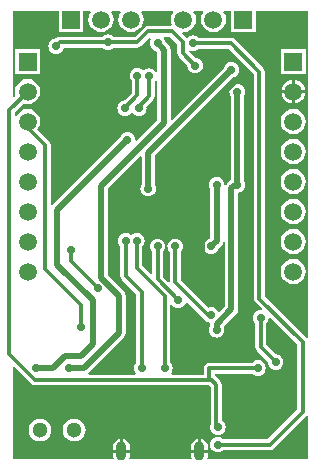
<source format=gbl>
G04*
G04 #@! TF.GenerationSoftware,Altium Limited,Altium Designer,19.1.8 (144)*
G04*
G04 Layer_Physical_Order=2*
G04 Layer_Color=16711680*
%FSLAX25Y25*%
%MOIN*%
G70*
G01*
G75*
%ADD20C,0.05118*%
%ADD71C,0.01968*%
%ADD72C,0.01181*%
%ADD73C,0.05906*%
%ADD74R,0.05906X0.05906*%
%ADD75R,0.05906X0.05906*%
%ADD76O,0.03543X0.06299*%
%ADD77C,0.02756*%
G36*
X102328Y44590D02*
X101828Y44438D01*
X101796Y44487D01*
X101796Y44487D01*
X87945Y58338D01*
Y133172D01*
X87945Y133172D01*
X87806Y133871D01*
X87410Y134463D01*
X87410Y134463D01*
X77866Y144008D01*
X77273Y144403D01*
X76575Y144542D01*
X76575Y144542D01*
X65825D01*
X65815Y144555D01*
X65276Y144968D01*
X64649Y145228D01*
X63976Y145317D01*
X63303Y145228D01*
X62676Y144968D01*
X62302Y144681D01*
X62041Y144582D01*
X61620Y144702D01*
X60335Y145986D01*
X60557Y146435D01*
X60807Y146402D01*
X61891Y146545D01*
X62901Y146963D01*
X63769Y147629D01*
X64434Y148496D01*
X64853Y149506D01*
X64996Y150591D01*
X64853Y151675D01*
X64434Y152685D01*
X64146Y153061D01*
X64367Y153509D01*
X67247D01*
X67468Y153061D01*
X67180Y152685D01*
X66761Y151675D01*
X66619Y150591D01*
X66761Y149506D01*
X67180Y148496D01*
X67845Y147629D01*
X68713Y146963D01*
X69723Y146545D01*
X70807Y146402D01*
X71891Y146545D01*
X72901Y146963D01*
X73769Y147629D01*
X74435Y148496D01*
X74853Y149506D01*
X74996Y150591D01*
X74853Y151675D01*
X74435Y152685D01*
X74146Y153061D01*
X74367Y153509D01*
X76654D01*
Y146438D01*
X84960D01*
Y153509D01*
X102328D01*
Y44590D01*
D02*
G37*
G36*
X57468Y153061D02*
X57180Y152685D01*
X56761Y151675D01*
X56618Y150591D01*
X56761Y149506D01*
X56980Y148979D01*
X56646Y148479D01*
X48934D01*
X48235Y148340D01*
X47643Y147944D01*
X47643Y147944D01*
X44587Y144889D01*
X37380D01*
X37370Y144902D01*
X36832Y145315D01*
X36204Y145575D01*
X35531Y145664D01*
X34859Y145575D01*
X34231Y145315D01*
X33693Y144902D01*
X33683Y144889D01*
X19737D01*
X19737Y144889D01*
X19038Y144750D01*
X18446Y144354D01*
X18446Y144354D01*
X18422Y144330D01*
X18406Y144333D01*
X17732Y144244D01*
X17105Y143984D01*
X16567Y143571D01*
X16154Y143032D01*
X15894Y142405D01*
X15805Y141732D01*
X15894Y141059D01*
X16154Y140432D01*
X16567Y139894D01*
X17105Y139480D01*
X17732Y139221D01*
X18406Y139132D01*
X19079Y139221D01*
X19706Y139480D01*
X20244Y139894D01*
X20657Y140432D01*
X20917Y141059D01*
X20941Y141238D01*
X33683D01*
X33693Y141225D01*
X34231Y140812D01*
X34859Y140552D01*
X35531Y140463D01*
X36204Y140552D01*
X36832Y140812D01*
X37370Y141225D01*
X37380Y141238D01*
X45343D01*
X45343Y141238D01*
X46042Y141377D01*
X46634Y141772D01*
X49461Y144599D01*
X49704Y144565D01*
X49923Y144029D01*
X49913Y144017D01*
X49654Y143389D01*
X49565Y142717D01*
X49654Y142044D01*
X49913Y141416D01*
X50327Y140878D01*
X50865Y140465D01*
X51492Y140205D01*
X51533Y140200D01*
X52096Y139637D01*
Y133251D01*
X51766Y133114D01*
X51596Y133110D01*
X51221Y133598D01*
X50683Y134011D01*
X50056Y134271D01*
X49383Y134360D01*
X48710Y134271D01*
X48083Y134011D01*
X47862Y133842D01*
X47291Y133766D01*
X46752Y134179D01*
X46125Y134439D01*
X45452Y134528D01*
X44779Y134439D01*
X44152Y134179D01*
X43613Y133766D01*
X43200Y133228D01*
X42940Y132600D01*
X42852Y131928D01*
X42940Y131255D01*
X43200Y130628D01*
X43613Y130089D01*
X43626Y130079D01*
Y126070D01*
X41201Y123645D01*
X40666Y123575D01*
X40038Y123315D01*
X39500Y122902D01*
X39087Y122363D01*
X38827Y121736D01*
X38738Y121063D01*
X38827Y120390D01*
X39087Y119763D01*
X39500Y119224D01*
X40038Y118811D01*
X40666Y118551D01*
X41339Y118463D01*
X42012Y118551D01*
X42639Y118811D01*
X43177Y119224D01*
X43323Y119415D01*
X43953D01*
X44100Y119224D01*
X44638Y118811D01*
X45265Y118551D01*
X45938Y118463D01*
X46611Y118551D01*
X47238Y118811D01*
X47777Y119224D01*
X48190Y119763D01*
X48450Y120390D01*
X48538Y121063D01*
X48480Y121509D01*
X50674Y123703D01*
X50674Y123703D01*
X51069Y124295D01*
X51208Y124994D01*
X51208Y124994D01*
Y129911D01*
X51221Y129921D01*
X51596Y130409D01*
X51766Y130404D01*
X52096Y130267D01*
Y116989D01*
X45198Y110091D01*
X44725Y110325D01*
X44757Y110571D01*
X44668Y111243D01*
X44409Y111871D01*
X43995Y112409D01*
X43457Y112822D01*
X42830Y113082D01*
X42157Y113171D01*
X41484Y113082D01*
X40857Y112822D01*
X40318Y112409D01*
X39905Y111871D01*
X39645Y111243D01*
X39640Y111203D01*
X17126Y88689D01*
X17089Y88635D01*
X16589Y88786D01*
Y108740D01*
X16589Y108740D01*
X16450Y109439D01*
X16055Y110031D01*
X16055Y110031D01*
X12086Y113999D01*
X12486Y114520D01*
X12904Y115530D01*
X13047Y116614D01*
X12904Y117698D01*
X12486Y118709D01*
X11820Y119576D01*
X10953Y120242D01*
X9942Y120660D01*
X8858Y120803D01*
X7774Y120660D01*
X6764Y120242D01*
X5897Y119576D01*
X5231Y118709D01*
X5082Y118348D01*
X4581Y118447D01*
Y119756D01*
X7506Y122680D01*
X7774Y122568D01*
X8858Y122426D01*
X9942Y122568D01*
X10953Y122987D01*
X11820Y123652D01*
X12486Y124520D01*
X12904Y125530D01*
X13047Y126614D01*
X12904Y127698D01*
X12486Y128709D01*
X11820Y129576D01*
X10953Y130242D01*
X9942Y130660D01*
X8858Y130803D01*
X7774Y130660D01*
X6764Y130242D01*
X5897Y129576D01*
X5231Y128709D01*
X4812Y127698D01*
X4670Y126614D01*
X4812Y125530D01*
X4924Y125261D01*
X4433Y124771D01*
X3971Y124962D01*
Y153509D01*
X19174D01*
Y146438D01*
X27479D01*
Y153509D01*
X29767D01*
X29988Y153061D01*
X29699Y152685D01*
X29281Y151675D01*
X29138Y150591D01*
X29281Y149506D01*
X29699Y148496D01*
X30365Y147629D01*
X31232Y146963D01*
X32243Y146545D01*
X33327Y146402D01*
X34411Y146545D01*
X35421Y146963D01*
X36288Y147629D01*
X36954Y148496D01*
X37372Y149506D01*
X37515Y150591D01*
X37372Y151675D01*
X36954Y152685D01*
X36665Y153061D01*
X36887Y153509D01*
X39767D01*
X39988Y153061D01*
X39699Y152685D01*
X39281Y151675D01*
X39138Y150591D01*
X39281Y149506D01*
X39699Y148496D01*
X40365Y147629D01*
X41232Y146963D01*
X42243Y146545D01*
X43327Y146402D01*
X44411Y146545D01*
X45421Y146963D01*
X46288Y147629D01*
X46954Y148496D01*
X47372Y149506D01*
X47515Y150591D01*
X47372Y151675D01*
X46954Y152685D01*
X46665Y153061D01*
X46887Y153509D01*
X57247D01*
X57468Y153061D01*
D02*
G37*
G36*
X58706Y142452D02*
Y139434D01*
X58706Y139434D01*
X58845Y138736D01*
X59241Y138144D01*
X62082Y135302D01*
X62080Y135285D01*
X62169Y134612D01*
X62429Y133985D01*
X62842Y133447D01*
X63380Y133034D01*
X64008Y132774D01*
X64680Y132685D01*
X65353Y132774D01*
X65981Y133034D01*
X66519Y133447D01*
X66932Y133985D01*
X67192Y134612D01*
X67281Y135285D01*
X67192Y135958D01*
X66932Y136585D01*
X66519Y137124D01*
X65981Y137537D01*
X65353Y137797D01*
X64680Y137886D01*
X64664Y137883D01*
X62587Y139960D01*
X62871Y140384D01*
X63303Y140205D01*
X63976Y140116D01*
X64649Y140205D01*
X65276Y140465D01*
X65815Y140878D01*
X65825Y140891D01*
X75819D01*
X84294Y132416D01*
Y57582D01*
X84294Y57582D01*
X84433Y56883D01*
X84828Y56291D01*
X86867Y54252D01*
X86633Y53779D01*
X86614Y53781D01*
X85941Y53693D01*
X85314Y53433D01*
X84776Y53020D01*
X84362Y52481D01*
X84103Y51854D01*
X84014Y51181D01*
X84103Y50508D01*
X84362Y49881D01*
X84776Y49343D01*
X84789Y49332D01*
Y41339D01*
X84789Y41339D01*
X84927Y40640D01*
X85323Y40048D01*
X88937Y36434D01*
X88935Y36417D01*
X89024Y35744D01*
X89284Y35117D01*
X89697Y34579D01*
X90235Y34165D01*
X90863Y33906D01*
X91535Y33817D01*
X92208Y33906D01*
X92835Y34165D01*
X93374Y34579D01*
X93787Y35117D01*
X94047Y35744D01*
X94136Y36417D01*
X94047Y37090D01*
X93787Y37717D01*
X93374Y38256D01*
X92835Y38669D01*
X92208Y38929D01*
X91535Y39018D01*
X91519Y39015D01*
X88440Y42095D01*
Y49332D01*
X88453Y49343D01*
X88866Y49881D01*
X89126Y50508D01*
X89214Y51181D01*
X89212Y51200D01*
X89685Y51433D01*
X98679Y42440D01*
Y20552D01*
X88811Y10684D01*
X74171D01*
X74130Y10736D01*
X73592Y11150D01*
X72965Y11409D01*
X72292Y11498D01*
X71619Y11409D01*
X70992Y11150D01*
X70453Y10736D01*
X70040Y10198D01*
X69780Y9571D01*
X69691Y8898D01*
X69780Y8225D01*
X70040Y7598D01*
X70453Y7059D01*
X70992Y6646D01*
X71619Y6386D01*
X72292Y6297D01*
X72965Y6386D01*
X73592Y6646D01*
X74096Y7033D01*
X89567D01*
X89567Y7033D01*
X90266Y7172D01*
X90858Y7567D01*
X101796Y18505D01*
X101796Y18505D01*
X101828Y18554D01*
X102328Y18402D01*
Y3971D01*
X69035D01*
X68757Y4387D01*
X68842Y4591D01*
X68937Y5315D01*
Y6193D01*
X66142D01*
X63346D01*
Y5315D01*
X63441Y4591D01*
X63526Y4387D01*
X63248Y3971D01*
X43051D01*
X42773Y4387D01*
X42858Y4591D01*
X42953Y5315D01*
Y6193D01*
X40157D01*
X37362D01*
Y5315D01*
X37457Y4591D01*
X37542Y4387D01*
X37264Y3971D01*
X3971D01*
Y34734D01*
X4433Y34925D01*
X10185Y29173D01*
X10185Y29173D01*
X10777Y28778D01*
X11475Y28639D01*
X11475Y28639D01*
X68850D01*
X68850Y28639D01*
X69282Y28725D01*
X69448Y28691D01*
X69948Y28192D01*
Y15802D01*
X69780Y15397D01*
X69691Y14724D01*
X69780Y14051D01*
X70040Y13424D01*
X70453Y12886D01*
X70992Y12473D01*
X71619Y12213D01*
X72292Y12124D01*
X72965Y12213D01*
X73592Y12473D01*
X74130Y12886D01*
X74544Y13424D01*
X74803Y14051D01*
X74892Y14724D01*
X74803Y15397D01*
X74544Y16025D01*
X74130Y16563D01*
X73599Y16971D01*
Y28948D01*
X73599Y28948D01*
X73460Y29647D01*
X73064Y30239D01*
X73064Y30239D01*
X71500Y31803D01*
X71300Y31937D01*
Y32623D01*
X83781D01*
X83791Y32610D01*
X84330Y32197D01*
X84957Y31937D01*
X85630Y31849D01*
X86303Y31937D01*
X86930Y32197D01*
X87468Y32610D01*
X87882Y33149D01*
X88142Y33776D01*
X88230Y34449D01*
X88142Y35122D01*
X87882Y35749D01*
X87468Y36287D01*
X86930Y36701D01*
X86303Y36960D01*
X85630Y37049D01*
X84957Y36960D01*
X84330Y36701D01*
X83791Y36287D01*
X83781Y36274D01*
X69474D01*
X68776Y36136D01*
X68183Y35740D01*
X67787Y35148D01*
X67649Y34449D01*
Y32290D01*
X56838D01*
X56607Y32790D01*
X56882Y33149D01*
X57142Y33776D01*
X57230Y34449D01*
X57142Y35122D01*
X56882Y35749D01*
X56469Y36287D01*
X56456Y36297D01*
Y55418D01*
X56956Y55588D01*
X57217Y55248D01*
X57755Y54835D01*
X58382Y54575D01*
X59055Y54486D01*
X59728Y54575D01*
X60355Y54835D01*
X60894Y55248D01*
X61307Y55787D01*
X61506Y56268D01*
X62029Y56453D01*
X67607Y50874D01*
X67654Y50843D01*
X68050Y50327D01*
X68589Y49913D01*
X69216Y49654D01*
X69345Y49637D01*
X69636Y49230D01*
X69635Y49224D01*
X69635Y49224D01*
Y48527D01*
X69610Y48495D01*
X69350Y47868D01*
X69262Y47195D01*
X69350Y46522D01*
X69610Y45895D01*
X70023Y45356D01*
X70562Y44943D01*
X71189Y44683D01*
X71862Y44595D01*
X72535Y44683D01*
X73162Y44943D01*
X73700Y45356D01*
X74114Y45895D01*
X74373Y46522D01*
X74462Y47195D01*
X74373Y47868D01*
X74163Y48376D01*
X78346Y52559D01*
X78346Y52559D01*
X78829Y53282D01*
X78999Y54134D01*
X78999Y54134D01*
Y92906D01*
X79413Y92961D01*
X80040Y93221D01*
X80579Y93634D01*
X80992Y94172D01*
X81252Y94800D01*
X81340Y95472D01*
X81252Y96145D01*
X80992Y96772D01*
X80967Y96805D01*
Y125282D01*
X80992Y125314D01*
X81252Y125941D01*
X81340Y126614D01*
X81252Y127287D01*
X80992Y127914D01*
X80579Y128453D01*
X80040Y128866D01*
X79413Y129126D01*
X78740Y129214D01*
X78067Y129126D01*
X77440Y128866D01*
X76902Y128453D01*
X76488Y127914D01*
X76229Y127287D01*
X76140Y126614D01*
X76229Y125941D01*
X76488Y125314D01*
X76513Y125282D01*
Y97156D01*
X76350Y97047D01*
X76350Y97047D01*
X75197Y95894D01*
X74952Y95527D01*
X74738Y95546D01*
X74449Y95674D01*
X74373Y96244D01*
X74114Y96871D01*
X73700Y97409D01*
X73162Y97823D01*
X72535Y98083D01*
X71862Y98171D01*
X71189Y98083D01*
X70562Y97823D01*
X70023Y97409D01*
X69610Y96871D01*
X69350Y96244D01*
X69262Y95571D01*
X69350Y94898D01*
X69610Y94271D01*
X69635Y94239D01*
Y77718D01*
X69407Y77490D01*
X69366Y77485D01*
X68739Y77225D01*
X68201Y76812D01*
X67787Y76274D01*
X67528Y75646D01*
X67439Y74973D01*
X67528Y74300D01*
X67787Y73673D01*
X68201Y73135D01*
X68739Y72721D01*
X69366Y72462D01*
X70039Y72373D01*
X70712Y72462D01*
X71339Y72721D01*
X71878Y73135D01*
X72291Y73673D01*
X72551Y74300D01*
X72556Y74341D01*
X73436Y75221D01*
X73437Y75221D01*
X73919Y75943D01*
X74045Y76573D01*
X74545Y76524D01*
Y55056D01*
X72697Y53209D01*
X72206Y53306D01*
X72141Y53465D01*
X71727Y54004D01*
X71189Y54417D01*
X70562Y54677D01*
X69889Y54765D01*
X69216Y54677D01*
X69041Y54604D01*
X59896Y63748D01*
Y73125D01*
X59909Y73135D01*
X60323Y73673D01*
X60583Y74300D01*
X60671Y74973D01*
X60583Y75646D01*
X60323Y76274D01*
X59909Y76812D01*
X59371Y77225D01*
X58744Y77485D01*
X58071Y77574D01*
X57398Y77485D01*
X56771Y77225D01*
X56232Y76812D01*
X55819Y76274D01*
X55559Y75646D01*
X55471Y74973D01*
X55559Y74300D01*
X55819Y73673D01*
X56232Y73135D01*
X56245Y73125D01*
Y63185D01*
X55755Y62968D01*
X53991Y64733D01*
Y73125D01*
X54004Y73135D01*
X54417Y73673D01*
X54677Y74300D01*
X54765Y74973D01*
X54677Y75646D01*
X54417Y76274D01*
X54004Y76812D01*
X53465Y77225D01*
X52838Y77485D01*
X52165Y77574D01*
X51492Y77485D01*
X50865Y77225D01*
X50327Y76812D01*
X49913Y76274D01*
X49654Y75646D01*
X49565Y74973D01*
X49654Y74300D01*
X49913Y73673D01*
X50327Y73135D01*
X50340Y73125D01*
Y66084D01*
X49878Y65893D01*
X47088Y68683D01*
Y75015D01*
X47101Y75025D01*
X47514Y75563D01*
X47774Y76190D01*
X47862Y76863D01*
X47774Y77536D01*
X47514Y78163D01*
X47101Y78702D01*
X46562Y79115D01*
X45935Y79375D01*
X45262Y79463D01*
X44589Y79375D01*
X43962Y79115D01*
X43435Y78711D01*
X42908Y79115D01*
X42281Y79375D01*
X41608Y79463D01*
X40935Y79375D01*
X40308Y79115D01*
X39770Y78702D01*
X39356Y78163D01*
X39097Y77536D01*
X39008Y76863D01*
X39097Y76190D01*
X39356Y75563D01*
X39770Y75025D01*
X39783Y75015D01*
Y65164D01*
X39783Y65163D01*
X39922Y64465D01*
X40317Y63873D01*
X45025Y59165D01*
Y36297D01*
X45012Y36287D01*
X44599Y35749D01*
X44339Y35122D01*
X44250Y34449D01*
X44339Y33776D01*
X44599Y33149D01*
X44874Y32790D01*
X44643Y32290D01*
X29160D01*
X29008Y32790D01*
X29134Y32874D01*
X40945Y44685D01*
X40945Y44685D01*
X41428Y45408D01*
X41597Y46260D01*
Y58606D01*
X41597Y58606D01*
X41428Y59458D01*
X40945Y60181D01*
X40945Y60181D01*
X35692Y65434D01*
Y94286D01*
X46384Y104978D01*
X46846Y104787D01*
Y95570D01*
X46821Y95538D01*
X46561Y94911D01*
X46473Y94238D01*
X46561Y93565D01*
X46821Y92938D01*
X47234Y92400D01*
X47773Y91986D01*
X48400Y91726D01*
X49073Y91638D01*
X49746Y91726D01*
X50373Y91986D01*
X50911Y92400D01*
X51325Y92938D01*
X51584Y93565D01*
X51673Y94238D01*
X51584Y94911D01*
X51325Y95538D01*
X51300Y95570D01*
Y105237D01*
X77404Y131341D01*
X77444Y131346D01*
X78072Y131606D01*
X78610Y132019D01*
X79023Y132558D01*
X79283Y133185D01*
X79372Y133858D01*
X79283Y134531D01*
X79023Y135158D01*
X78610Y135697D01*
X78072Y136110D01*
X77444Y136370D01*
X76771Y136458D01*
X76099Y136370D01*
X75471Y136110D01*
X74933Y135697D01*
X74520Y135158D01*
X74260Y134531D01*
X74255Y134491D01*
X57012Y117248D01*
X56550Y117439D01*
Y140559D01*
X56550Y140559D01*
X56380Y141411D01*
X55898Y142134D01*
X55898Y142134D01*
X54682Y143349D01*
X54677Y143389D01*
X54417Y144017D01*
X54178Y144328D01*
X54425Y144828D01*
X56330D01*
X58706Y142452D01*
D02*
G37*
%LPC*%
G36*
X101594Y140767D02*
X93288D01*
Y132461D01*
X101594D01*
Y140767D01*
D02*
G37*
G36*
X97941Y130535D02*
Y127114D01*
X101362D01*
X101292Y127646D01*
X100894Y128608D01*
X100260Y129433D01*
X99434Y130067D01*
X98473Y130465D01*
X97941Y130535D01*
D02*
G37*
G36*
X96941D02*
X96409Y130465D01*
X95447Y130067D01*
X94622Y129433D01*
X93988Y128608D01*
X93590Y127646D01*
X93520Y127114D01*
X96941D01*
Y130535D01*
D02*
G37*
G36*
X101362Y126114D02*
X97941D01*
Y122693D01*
X98473Y122763D01*
X99434Y123161D01*
X100260Y123795D01*
X100894Y124621D01*
X101292Y125582D01*
X101362Y126114D01*
D02*
G37*
G36*
X96941D02*
X93520D01*
X93590Y125582D01*
X93988Y124621D01*
X94622Y123795D01*
X95447Y123161D01*
X96409Y122763D01*
X96941Y122693D01*
Y126114D01*
D02*
G37*
G36*
X97441Y120803D02*
X96357Y120660D01*
X95347Y120242D01*
X94479Y119576D01*
X93814Y118709D01*
X93395Y117698D01*
X93252Y116614D01*
X93395Y115530D01*
X93814Y114520D01*
X94479Y113652D01*
X95347Y112987D01*
X96357Y112568D01*
X97441Y112426D01*
X98525Y112568D01*
X99535Y112987D01*
X100403Y113652D01*
X101068Y114520D01*
X101487Y115530D01*
X101629Y116614D01*
X101487Y117698D01*
X101068Y118709D01*
X100403Y119576D01*
X99535Y120242D01*
X98525Y120660D01*
X97441Y120803D01*
D02*
G37*
G36*
Y110803D02*
X96357Y110660D01*
X95347Y110242D01*
X94479Y109576D01*
X93814Y108709D01*
X93395Y107698D01*
X93252Y106614D01*
X93395Y105530D01*
X93814Y104520D01*
X94479Y103652D01*
X95347Y102987D01*
X96357Y102568D01*
X97441Y102426D01*
X98525Y102568D01*
X99535Y102987D01*
X100403Y103652D01*
X101068Y104520D01*
X101487Y105530D01*
X101629Y106614D01*
X101487Y107698D01*
X101068Y108709D01*
X100403Y109576D01*
X99535Y110242D01*
X98525Y110660D01*
X97441Y110803D01*
D02*
G37*
G36*
Y100803D02*
X96357Y100660D01*
X95347Y100242D01*
X94479Y99576D01*
X93814Y98708D01*
X93395Y97698D01*
X93252Y96614D01*
X93395Y95530D01*
X93814Y94520D01*
X94479Y93652D01*
X95347Y92987D01*
X96357Y92568D01*
X97441Y92426D01*
X98525Y92568D01*
X99535Y92987D01*
X100403Y93652D01*
X101068Y94520D01*
X101487Y95530D01*
X101629Y96614D01*
X101487Y97698D01*
X101068Y98708D01*
X100403Y99576D01*
X99535Y100242D01*
X98525Y100660D01*
X97441Y100803D01*
D02*
G37*
G36*
Y90803D02*
X96357Y90660D01*
X95347Y90242D01*
X94479Y89576D01*
X93814Y88709D01*
X93395Y87698D01*
X93252Y86614D01*
X93395Y85530D01*
X93814Y84520D01*
X94479Y83652D01*
X95347Y82987D01*
X96357Y82568D01*
X97441Y82426D01*
X98525Y82568D01*
X99535Y82987D01*
X100403Y83652D01*
X101068Y84520D01*
X101487Y85530D01*
X101629Y86614D01*
X101487Y87698D01*
X101068Y88709D01*
X100403Y89576D01*
X99535Y90242D01*
X98525Y90660D01*
X97441Y90803D01*
D02*
G37*
G36*
Y80803D02*
X96357Y80660D01*
X95347Y80242D01*
X94479Y79576D01*
X93814Y78708D01*
X93395Y77698D01*
X93252Y76614D01*
X93395Y75530D01*
X93814Y74520D01*
X94479Y73652D01*
X95347Y72987D01*
X96357Y72568D01*
X97441Y72426D01*
X98525Y72568D01*
X99535Y72987D01*
X100403Y73652D01*
X101068Y74520D01*
X101487Y75530D01*
X101629Y76614D01*
X101487Y77698D01*
X101068Y78708D01*
X100403Y79576D01*
X99535Y80242D01*
X98525Y80660D01*
X97441Y80803D01*
D02*
G37*
G36*
Y70803D02*
X96357Y70660D01*
X95347Y70242D01*
X94479Y69576D01*
X93814Y68708D01*
X93395Y67698D01*
X93252Y66614D01*
X93395Y65530D01*
X93814Y64520D01*
X94479Y63652D01*
X95347Y62987D01*
X96357Y62568D01*
X97441Y62426D01*
X98525Y62568D01*
X99535Y62987D01*
X100403Y63652D01*
X101068Y64520D01*
X101487Y65530D01*
X101629Y66614D01*
X101487Y67698D01*
X101068Y68708D01*
X100403Y69576D01*
X99535Y70242D01*
X98525Y70660D01*
X97441Y70803D01*
D02*
G37*
G36*
X13011Y140767D02*
X4705D01*
Y132461D01*
X13011D01*
Y140767D01*
D02*
G37*
G36*
X24409Y17571D02*
X23428Y17442D01*
X22514Y17063D01*
X21729Y16461D01*
X21126Y15675D01*
X20747Y14761D01*
X20618Y13780D01*
X20747Y12798D01*
X21126Y11884D01*
X21729Y11099D01*
X22514Y10496D01*
X23428Y10117D01*
X24409Y9988D01*
X25391Y10117D01*
X26305Y10496D01*
X27090Y11099D01*
X27693Y11884D01*
X28072Y12798D01*
X28201Y13780D01*
X28072Y14761D01*
X27693Y15675D01*
X27090Y16461D01*
X26305Y17063D01*
X25391Y17442D01*
X24409Y17571D01*
D02*
G37*
G36*
X12992D02*
X12011Y17442D01*
X11096Y17063D01*
X10311Y16461D01*
X9709Y15675D01*
X9330Y14761D01*
X9201Y13780D01*
X9330Y12798D01*
X9709Y11884D01*
X10311Y11099D01*
X11096Y10496D01*
X12011Y10117D01*
X12992Y9988D01*
X13973Y10117D01*
X14888Y10496D01*
X15673Y11099D01*
X16276Y11884D01*
X16654Y12798D01*
X16784Y13780D01*
X16654Y14761D01*
X16276Y15675D01*
X15673Y16461D01*
X14888Y17063D01*
X13973Y17442D01*
X12992Y17571D01*
D02*
G37*
G36*
X40657Y10801D02*
Y7193D01*
X42953D01*
Y8071D01*
X42858Y8794D01*
X42579Y9469D01*
X42134Y10048D01*
X41555Y10492D01*
X40881Y10771D01*
X40657Y10801D01*
D02*
G37*
G36*
X39658D02*
X39434Y10771D01*
X38760Y10492D01*
X38181Y10048D01*
X37736Y9469D01*
X37457Y8794D01*
X37362Y8071D01*
Y7193D01*
X39658D01*
Y10801D01*
D02*
G37*
G36*
X66642D02*
Y7193D01*
X68937D01*
Y8071D01*
X68842Y8794D01*
X68563Y9469D01*
X68119Y10048D01*
X67540Y10492D01*
X66865Y10771D01*
X66642Y10801D01*
D02*
G37*
G36*
X65642D02*
X65418Y10771D01*
X64744Y10492D01*
X64165Y10048D01*
X63721Y9469D01*
X63441Y8794D01*
X63346Y8071D01*
Y7193D01*
X65642D01*
Y10801D01*
D02*
G37*
%LPD*%
D20*
X24409Y13780D02*
D03*
X12992D02*
D03*
D71*
X71862Y76796D02*
Y95571D01*
X70039Y74973D02*
X71862Y76796D01*
X66877Y69776D02*
X70039Y66614D01*
X66877Y69776D02*
Y109200D01*
X78559Y130905D02*
X81693D01*
X66929Y119275D02*
X78559Y130905D01*
X66929Y109252D02*
Y119275D01*
X66877Y109200D02*
X66929Y109252D01*
X52165Y142717D02*
X54323Y140559D01*
Y116067D02*
Y140559D01*
X33465Y95208D02*
X54323Y116067D01*
X49073Y106159D02*
X76771Y133858D01*
X49073Y94238D02*
Y106159D01*
X33465Y64511D02*
Y95208D01*
Y64511D02*
X39370Y58606D01*
X18701Y87115D02*
X42157Y110571D01*
X18701Y68898D02*
Y87115D01*
X78740Y95472D02*
Y126614D01*
X71862Y47195D02*
Y49224D01*
X76772Y54134D01*
X18701Y68898D02*
X30512Y57087D01*
Y42323D02*
Y57087D01*
X26575Y38386D02*
X30512Y42323D01*
X21268Y38386D02*
X26575D01*
X17331Y34449D02*
X21268Y38386D01*
X11811Y34449D02*
X17331D01*
X22638D02*
X27559D01*
X39370Y46260D01*
Y58606D01*
X77925Y95472D02*
X78740D01*
X76772Y94319D02*
X77925Y95472D01*
X76772Y54134D02*
Y94319D01*
D72*
X11475Y30464D02*
X37449D01*
X2756Y39184D02*
X11475Y30464D01*
X2756Y39184D02*
Y120512D01*
X8858Y126614D01*
X6890Y116614D02*
X14764Y108740D01*
X37449Y30464D02*
X68850D01*
X68898Y30512D01*
X41339Y121201D02*
X45452Y125314D01*
X41339Y121063D02*
Y121201D01*
X45452Y125314D02*
Y131928D01*
X45938Y121063D02*
Y121549D01*
X49383Y124994D01*
X86614Y41339D02*
X91535Y36417D01*
X86614Y41339D02*
Y51181D01*
X60532Y139434D02*
X64680Y135285D01*
X60532Y139434D02*
Y143209D01*
X49383Y124994D02*
Y131759D01*
X37451Y84861D02*
X42157Y89567D01*
X37451Y76863D02*
Y84861D01*
X35531Y143063D02*
X45343D01*
X19737D02*
X35531D01*
X52165Y63976D02*
Y74973D01*
Y63976D02*
X59055Y57087D01*
X45343Y143063D02*
X48934Y146653D01*
X18406Y141732D02*
X19737Y143063D01*
X69474Y30512D02*
Y34449D01*
Y30512D02*
X70210D01*
X69474Y34449D02*
X85630D01*
X41608Y65163D02*
Y76863D01*
Y65163D02*
X46850Y59921D01*
X45262Y67927D02*
Y76863D01*
Y67927D02*
X54630Y58559D01*
X57087Y146653D02*
X60532Y143209D01*
X48934Y146653D02*
X57087D01*
X76575Y142717D02*
X86119Y133172D01*
Y57582D02*
Y133172D01*
Y57582D02*
X100505Y43196D01*
X72292Y8898D02*
X72331Y8858D01*
X89567D01*
X100505Y19796D01*
Y43196D01*
X63976Y142717D02*
X76575D01*
X71773Y15243D02*
X72292Y14724D01*
X71773Y15243D02*
Y28948D01*
X70210Y30512D02*
X71773Y28948D01*
X58071Y62992D02*
X68898Y52165D01*
X58071Y62992D02*
Y74973D01*
X14764Y67402D02*
Y108740D01*
Y67402D02*
X26575Y55591D01*
Y48063D02*
Y55591D01*
X23465Y70039D02*
Y73819D01*
Y70039D02*
X32480Y61024D01*
X54630Y34449D02*
Y58559D01*
X46850Y34449D02*
Y59921D01*
D73*
X8858Y66614D02*
D03*
Y76614D02*
D03*
Y86614D02*
D03*
Y96614D02*
D03*
Y106614D02*
D03*
Y116614D02*
D03*
Y126614D02*
D03*
X70807Y150591D02*
D03*
X60807D02*
D03*
X97441Y66614D02*
D03*
Y76614D02*
D03*
Y86614D02*
D03*
Y96614D02*
D03*
Y106614D02*
D03*
Y116614D02*
D03*
Y126614D02*
D03*
X33327Y150591D02*
D03*
X43327D02*
D03*
D74*
X8858Y136614D02*
D03*
X97441D02*
D03*
D75*
X80807Y150591D02*
D03*
X23327D02*
D03*
D76*
X40157Y6693D02*
D03*
X66142D02*
D03*
D77*
X73228Y38583D02*
D03*
X52165Y150680D02*
D03*
X41339Y121063D02*
D03*
X45938D02*
D03*
X42157Y110571D02*
D03*
X63976Y75119D02*
D03*
X96448Y33633D02*
D03*
X91535Y36417D02*
D03*
X72292Y14724D02*
D03*
Y8898D02*
D03*
X64680Y135285D02*
D03*
X49383Y131759D02*
D03*
X71862Y95571D02*
D03*
X8629Y6193D02*
D03*
X24348D02*
D03*
X81693Y68683D02*
D03*
X91340Y129872D02*
D03*
X23684Y112858D02*
D03*
X15441Y23925D02*
D03*
X18701Y97342D02*
D03*
X89567Y139044D02*
D03*
X70039Y66614D02*
D03*
X37451Y76863D02*
D03*
X81693Y130905D02*
D03*
X66929Y109252D02*
D03*
X26575Y48063D02*
D03*
X49073Y94238D02*
D03*
X52165Y74973D02*
D03*
X35531Y143063D02*
D03*
X45452Y131928D02*
D03*
X52165Y142717D02*
D03*
X86614Y51181D02*
D03*
X85630Y34449D02*
D03*
X41608Y76863D02*
D03*
X45262D02*
D03*
X78740Y126614D02*
D03*
X18406Y141732D02*
D03*
X76771Y133858D02*
D03*
X63976Y142717D02*
D03*
X59055Y57087D02*
D03*
X71862Y47195D02*
D03*
X69889Y52165D02*
D03*
X58071Y74973D02*
D03*
X70039D02*
D03*
X11811Y34449D02*
D03*
X22638D02*
D03*
X23465Y73819D02*
D03*
X32480Y61024D02*
D03*
X78740Y95472D02*
D03*
X54630Y34449D02*
D03*
X46850D02*
D03*
M02*

</source>
